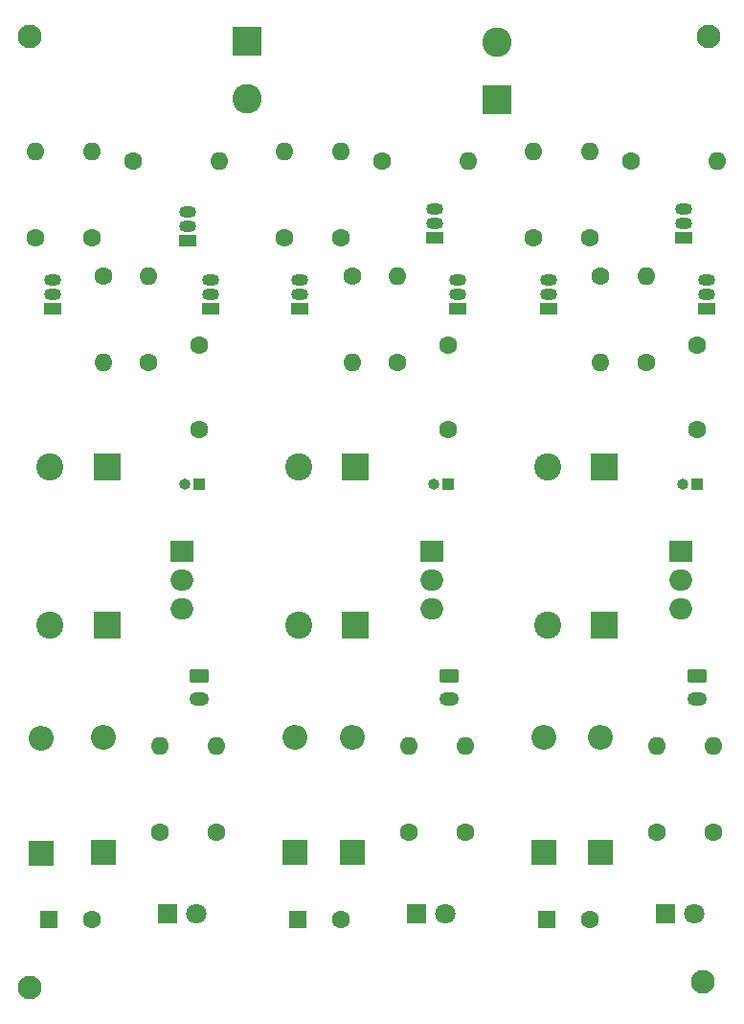
<source format=gbr>
%TF.GenerationSoftware,KiCad,Pcbnew,(6.0.1)*%
%TF.CreationDate,2023-11-16T23:02:11-08:00*%
%TF.ProjectId,CuGlock,4375476c-6f63-46b2-9e6b-696361645f70,1.0*%
%TF.SameCoordinates,Original*%
%TF.FileFunction,Soldermask,Top*%
%TF.FilePolarity,Negative*%
%FSLAX46Y46*%
G04 Gerber Fmt 4.6, Leading zero omitted, Abs format (unit mm)*
G04 Created by KiCad (PCBNEW (6.0.1)) date 2023-11-16 23:02:11*
%MOMM*%
%LPD*%
G01*
G04 APERTURE LIST*
G04 Aperture macros list*
%AMRoundRect*
0 Rectangle with rounded corners*
0 $1 Rounding radius*
0 $2 $3 $4 $5 $6 $7 $8 $9 X,Y pos of 4 corners*
0 Add a 4 corners polygon primitive as box body*
4,1,4,$2,$3,$4,$5,$6,$7,$8,$9,$2,$3,0*
0 Add four circle primitives for the rounded corners*
1,1,$1+$1,$2,$3*
1,1,$1+$1,$4,$5*
1,1,$1+$1,$6,$7*
1,1,$1+$1,$8,$9*
0 Add four rect primitives between the rounded corners*
20,1,$1+$1,$2,$3,$4,$5,0*
20,1,$1+$1,$4,$5,$6,$7,0*
20,1,$1+$1,$6,$7,$8,$9,0*
20,1,$1+$1,$8,$9,$2,$3,0*%
G04 Aperture macros list end*
%ADD10R,1.500000X1.050000*%
%ADD11O,1.500000X1.050000*%
%ADD12R,1.000000X1.000000*%
%ADD13O,1.000000X1.000000*%
%ADD14C,1.600000*%
%ADD15O,1.600000X1.600000*%
%ADD16R,2.000000X1.905000*%
%ADD17O,2.000000X1.905000*%
%ADD18R,2.600000X2.600000*%
%ADD19C,2.600000*%
%ADD20RoundRect,0.250000X-0.625000X0.350000X-0.625000X-0.350000X0.625000X-0.350000X0.625000X0.350000X0*%
%ADD21O,1.750000X1.200000*%
%ADD22C,2.100000*%
%ADD23R,2.200000X2.200000*%
%ADD24O,2.200000X2.200000*%
%ADD25R,1.800000X1.800000*%
%ADD26C,1.800000*%
%ADD27R,1.600000X1.600000*%
%ADD28R,2.400000X2.400000*%
%ADD29C,2.400000*%
G04 APERTURE END LIST*
D10*
%TO.C,Q8*%
X153860000Y-79000000D03*
D11*
X153860000Y-77730000D03*
X153860000Y-76460000D03*
%TD*%
D12*
%TO.C,J5*%
X175000000Y-94500000D03*
D13*
X173730000Y-94500000D03*
%TD*%
D12*
%TO.C,J3*%
X153000000Y-94500000D03*
D13*
X151730000Y-94500000D03*
%TD*%
D12*
%TO.C,J1*%
X131000000Y-94500000D03*
D13*
X129730000Y-94500000D03*
%TD*%
D14*
%TO.C,R21*%
X166500000Y-76190000D03*
D15*
X166500000Y-83810000D03*
%TD*%
D14*
%TO.C,R20*%
X176500000Y-125310000D03*
D15*
X176500000Y-117690000D03*
%TD*%
D14*
%TO.C,R19*%
X171500000Y-125310000D03*
D15*
X171500000Y-117690000D03*
%TD*%
D14*
%TO.C,R18*%
X170500000Y-83810000D03*
D15*
X170500000Y-76190000D03*
%TD*%
D14*
%TO.C,R17*%
X169190000Y-66000000D03*
D15*
X176810000Y-66000000D03*
%TD*%
D14*
%TO.C,R16*%
X165500000Y-72810000D03*
D15*
X165500000Y-65190000D03*
%TD*%
D14*
%TO.C,R15*%
X160500000Y-72810000D03*
D15*
X160500000Y-65190000D03*
%TD*%
D14*
%TO.C,R14*%
X144500000Y-76190000D03*
D15*
X144500000Y-83810000D03*
%TD*%
D14*
%TO.C,R13*%
X154500000Y-125310000D03*
D15*
X154500000Y-117690000D03*
%TD*%
D14*
%TO.C,R12*%
X149500000Y-125310000D03*
D15*
X149500000Y-117690000D03*
%TD*%
D14*
%TO.C,R11*%
X148500000Y-83810000D03*
D15*
X148500000Y-76190000D03*
%TD*%
D14*
%TO.C,R10*%
X147190000Y-66000000D03*
D15*
X154810000Y-66000000D03*
%TD*%
D14*
%TO.C,R9*%
X143500000Y-72810000D03*
D15*
X143500000Y-65190000D03*
%TD*%
D14*
%TO.C,R8*%
X138500000Y-72810000D03*
D15*
X138500000Y-65190000D03*
%TD*%
D14*
%TO.C,R7*%
X122500000Y-76190000D03*
D15*
X122500000Y-83810000D03*
%TD*%
D14*
%TO.C,R6*%
X132500000Y-125310000D03*
D15*
X132500000Y-117690000D03*
%TD*%
D14*
%TO.C,R5*%
X127500000Y-125310000D03*
D15*
X127500000Y-117690000D03*
%TD*%
D14*
%TO.C,R4*%
X126500000Y-83810000D03*
D15*
X126500000Y-76190000D03*
%TD*%
D14*
%TO.C,R3*%
X125190000Y-66000000D03*
D15*
X132810000Y-66000000D03*
%TD*%
D14*
%TO.C,R2*%
X121500000Y-72810000D03*
D15*
X121500000Y-65190000D03*
%TD*%
D14*
%TO.C,R1*%
X116500000Y-72810000D03*
D15*
X116500000Y-65190000D03*
%TD*%
D10*
%TO.C,Q12*%
X175860000Y-79000000D03*
D11*
X175860000Y-77730000D03*
X175860000Y-76460000D03*
%TD*%
D10*
%TO.C,Q11*%
X173860000Y-72770000D03*
D11*
X173860000Y-71500000D03*
X173860000Y-70230000D03*
%TD*%
D10*
%TO.C,Q10*%
X161860000Y-79000000D03*
D11*
X161860000Y-77730000D03*
X161860000Y-76460000D03*
%TD*%
D16*
%TO.C,Q9*%
X173555000Y-100460000D03*
D17*
X173555000Y-103000000D03*
X173555000Y-105540000D03*
%TD*%
D10*
%TO.C,Q7*%
X151860000Y-72770000D03*
D11*
X151860000Y-71500000D03*
X151860000Y-70230000D03*
%TD*%
D10*
%TO.C,Q6*%
X139860000Y-79000000D03*
D11*
X139860000Y-77730000D03*
X139860000Y-76460000D03*
%TD*%
D16*
%TO.C,Q5*%
X151555000Y-100500000D03*
D17*
X151555000Y-103040000D03*
X151555000Y-105580000D03*
%TD*%
D10*
%TO.C,Q4*%
X132000000Y-79000000D03*
D11*
X132000000Y-77730000D03*
X132000000Y-76460000D03*
%TD*%
D10*
%TO.C,Q3*%
X130000000Y-73000000D03*
D11*
X130000000Y-71730000D03*
X130000000Y-70460000D03*
%TD*%
%TO.C,Q2*%
X118000000Y-76460000D03*
X118000000Y-77730000D03*
D10*
X118000000Y-79000000D03*
%TD*%
D16*
%TO.C,Q1*%
X129500000Y-100500000D03*
D17*
X129500000Y-103040000D03*
X129500000Y-105580000D03*
%TD*%
D18*
%TO.C,J8*%
X157305000Y-60545000D03*
D19*
X157305000Y-55465000D03*
%TD*%
D18*
%TO.C,J7*%
X135195000Y-55455000D03*
D19*
X135195000Y-60535000D03*
%TD*%
D20*
%TO.C,J6*%
X175000000Y-111500000D03*
D21*
X175000000Y-113500000D03*
%TD*%
D20*
%TO.C,J4*%
X153050000Y-111500000D03*
D21*
X153050000Y-113500000D03*
%TD*%
%TO.C,J2*%
X131000000Y-113500000D03*
D20*
X131000000Y-111500000D03*
%TD*%
D22*
%TO.C,H4*%
X175500000Y-138500000D03*
%TD*%
%TO.C,H3*%
X116000000Y-139000000D03*
%TD*%
%TO.C,H2*%
X176000000Y-55000000D03*
%TD*%
%TO.C,H1*%
X116000000Y-55000000D03*
%TD*%
D23*
%TO.C,D9*%
X166500000Y-127080000D03*
D24*
X166500000Y-116920000D03*
%TD*%
D25*
%TO.C,D8*%
X172225000Y-132500000D03*
D26*
X174765000Y-132500000D03*
%TD*%
D23*
%TO.C,D7*%
X161500000Y-127080000D03*
D24*
X161500000Y-116920000D03*
%TD*%
D23*
%TO.C,D6*%
X144500000Y-127080000D03*
D24*
X144500000Y-116920000D03*
%TD*%
D25*
%TO.C,D5*%
X150225000Y-132500000D03*
D26*
X152765000Y-132500000D03*
%TD*%
D23*
%TO.C,D4*%
X139500000Y-127080000D03*
D24*
X139500000Y-116920000D03*
%TD*%
D23*
%TO.C,D3*%
X122500000Y-127080000D03*
D24*
X122500000Y-116920000D03*
%TD*%
D25*
%TO.C,D2*%
X128225000Y-132500000D03*
D26*
X130765000Y-132500000D03*
%TD*%
D23*
%TO.C,D1*%
X117000000Y-127160000D03*
D24*
X117000000Y-117000000D03*
%TD*%
D27*
%TO.C,C12*%
X161697349Y-133000000D03*
D14*
X165497349Y-133000000D03*
%TD*%
%TO.C,C11*%
X175000000Y-89750000D03*
X175000000Y-82250000D03*
%TD*%
D28*
%TO.C,C10*%
X166823959Y-107000000D03*
D29*
X161823959Y-107000000D03*
%TD*%
D28*
%TO.C,C9*%
X166823959Y-93000000D03*
D29*
X161823959Y-93000000D03*
%TD*%
D27*
%TO.C,C8*%
X139697349Y-133000000D03*
D14*
X143497349Y-133000000D03*
%TD*%
%TO.C,C7*%
X153000000Y-89750000D03*
X153000000Y-82250000D03*
%TD*%
D28*
%TO.C,C6*%
X144823959Y-107000000D03*
D29*
X139823959Y-107000000D03*
%TD*%
D28*
%TO.C,C5*%
X144823959Y-93000000D03*
D29*
X139823959Y-93000000D03*
%TD*%
D27*
%TO.C,C4*%
X117697349Y-133000000D03*
D14*
X121497349Y-133000000D03*
%TD*%
%TO.C,C3*%
X131000000Y-82250000D03*
X131000000Y-89750000D03*
%TD*%
D28*
%TO.C,C2*%
X122823959Y-107000000D03*
D29*
X117823959Y-107000000D03*
%TD*%
D28*
%TO.C,C1*%
X122823959Y-93000000D03*
D29*
X117823959Y-93000000D03*
%TD*%
M02*

</source>
